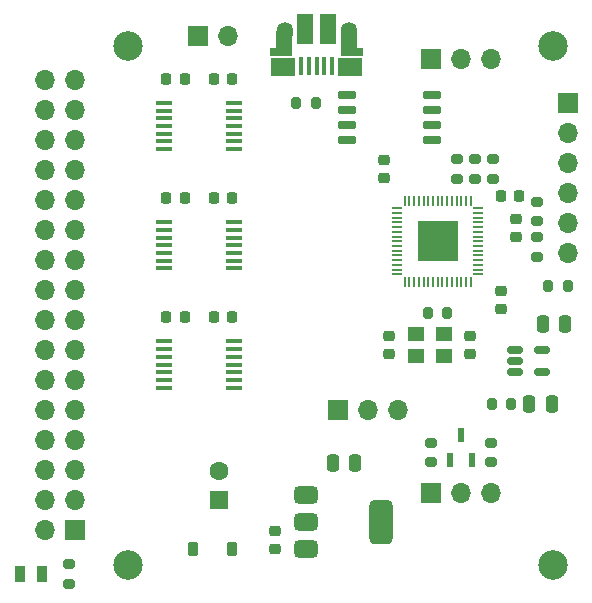
<source format=gts>
G04 #@! TF.GenerationSoftware,KiCad,Pcbnew,8.0.8*
G04 #@! TF.CreationDate,2025-02-21T19:24:50+11:00*
G04 #@! TF.ProjectId,RP2350LevelShifter,52503233-3530-44c6-9576-656c53686966,rev?*
G04 #@! TF.SameCoordinates,Original*
G04 #@! TF.FileFunction,Soldermask,Top*
G04 #@! TF.FilePolarity,Negative*
%FSLAX46Y46*%
G04 Gerber Fmt 4.6, Leading zero omitted, Abs format (unit mm)*
G04 Created by KiCad (PCBNEW 8.0.8) date 2025-02-21 19:24:50*
%MOMM*%
%LPD*%
G01*
G04 APERTURE LIST*
G04 Aperture macros list*
%AMRoundRect*
0 Rectangle with rounded corners*
0 $1 Rounding radius*
0 $2 $3 $4 $5 $6 $7 $8 $9 X,Y pos of 4 corners*
0 Add a 4 corners polygon primitive as box body*
4,1,4,$2,$3,$4,$5,$6,$7,$8,$9,$2,$3,0*
0 Add four circle primitives for the rounded corners*
1,1,$1+$1,$2,$3*
1,1,$1+$1,$4,$5*
1,1,$1+$1,$6,$7*
1,1,$1+$1,$8,$9*
0 Add four rect primitives between the rounded corners*
20,1,$1+$1,$2,$3,$4,$5,0*
20,1,$1+$1,$4,$5,$6,$7,0*
20,1,$1+$1,$6,$7,$8,$9,0*
20,1,$1+$1,$8,$9,$2,$3,0*%
%AMOutline5P*
0 Free polygon, 5 corners , with rotation*
0 The origin of the aperture is its center*
0 number of corners: always 5*
0 $1 to $10 corner X, Y*
0 $11 Rotation angle, in degrees counterclockwise*
0 create outline with 5 corners*
4,1,5,$1,$2,$3,$4,$5,$6,$7,$8,$9,$10,$1,$2,$11*%
%AMOutline6P*
0 Free polygon, 6 corners , with rotation*
0 The origin of the aperture is its center*
0 number of corners: always 6*
0 $1 to $12 corner X, Y*
0 $13 Rotation angle, in degrees counterclockwise*
0 create outline with 6 corners*
4,1,6,$1,$2,$3,$4,$5,$6,$7,$8,$9,$10,$11,$12,$1,$2,$13*%
%AMOutline7P*
0 Free polygon, 7 corners , with rotation*
0 The origin of the aperture is its center*
0 number of corners: always 7*
0 $1 to $14 corner X, Y*
0 $15 Rotation angle, in degrees counterclockwise*
0 create outline with 7 corners*
4,1,7,$1,$2,$3,$4,$5,$6,$7,$8,$9,$10,$11,$12,$13,$14,$1,$2,$15*%
%AMOutline8P*
0 Free polygon, 8 corners , with rotation*
0 The origin of the aperture is its center*
0 number of corners: always 8*
0 $1 to $16 corner X, Y*
0 $17 Rotation angle, in degrees counterclockwise*
0 create outline with 8 corners*
4,1,8,$1,$2,$3,$4,$5,$6,$7,$8,$9,$10,$11,$12,$13,$14,$15,$16,$1,$2,$17*%
G04 Aperture macros list end*
%ADD10RoundRect,0.250000X0.250000X0.475000X-0.250000X0.475000X-0.250000X-0.475000X0.250000X-0.475000X0*%
%ADD11R,1.700000X1.700000*%
%ADD12O,1.700000X1.700000*%
%ADD13C,2.500000*%
%ADD14R,1.600000X1.600000*%
%ADD15C,1.600000*%
%ADD16RoundRect,0.225000X0.250000X-0.225000X0.250000X0.225000X-0.250000X0.225000X-0.250000X-0.225000X0*%
%ADD17RoundRect,0.375000X-0.625000X-0.375000X0.625000X-0.375000X0.625000X0.375000X-0.625000X0.375000X0*%
%ADD18RoundRect,0.500000X-0.500000X-1.400000X0.500000X-1.400000X0.500000X1.400000X-0.500000X1.400000X0*%
%ADD19RoundRect,0.200000X0.275000X-0.200000X0.275000X0.200000X-0.275000X0.200000X-0.275000X-0.200000X0*%
%ADD20RoundRect,0.225000X0.225000X0.250000X-0.225000X0.250000X-0.225000X-0.250000X0.225000X-0.250000X0*%
%ADD21R,1.475000X0.450000*%
%ADD22RoundRect,0.200000X0.200000X0.275000X-0.200000X0.275000X-0.200000X-0.275000X0.200000X-0.275000X0*%
%ADD23R,0.400000X1.650000*%
%ADD24R,1.825000X0.700000*%
%ADD25R,2.000000X1.500000*%
%ADD26R,1.350000X2.000000*%
%ADD27O,1.350000X1.700000*%
%ADD28O,1.100000X1.500000*%
%ADD29R,1.430000X2.500000*%
%ADD30RoundRect,0.200000X-0.200000X-0.275000X0.200000X-0.275000X0.200000X0.275000X-0.200000X0.275000X0*%
%ADD31RoundRect,0.150000X-0.512500X-0.150000X0.512500X-0.150000X0.512500X0.150000X-0.512500X0.150000X0*%
%ADD32RoundRect,0.250000X-0.250000X-0.475000X0.250000X-0.475000X0.250000X0.475000X-0.250000X0.475000X0*%
%ADD33R,0.600000X1.250000*%
%ADD34RoundRect,0.225000X0.225000X0.375000X-0.225000X0.375000X-0.225000X-0.375000X0.225000X-0.375000X0*%
%ADD35R,0.950000X1.400000*%
%ADD36RoundRect,0.225000X-0.250000X0.225000X-0.250000X-0.225000X0.250000X-0.225000X0.250000X0.225000X0*%
%ADD37RoundRect,0.200000X-0.275000X0.200000X-0.275000X-0.200000X0.275000X-0.200000X0.275000X0.200000X0*%
%ADD38RoundRect,0.150000X-0.650000X-0.150000X0.650000X-0.150000X0.650000X0.150000X-0.650000X0.150000X0*%
%ADD39C,0.700000*%
%ADD40R,3.400000X3.400000*%
%ADD41Outline5P,-0.100000X0.437500X0.100000X0.437500X0.100000X-0.437500X-0.050000X-0.437500X-0.100000X-0.387500X0.000000*%
%ADD42R,0.200000X0.875000*%
%ADD43Outline5P,-0.100000X0.437500X0.100000X0.437500X0.100000X-0.387500X0.050000X-0.437500X-0.100000X-0.437500X0.000000*%
%ADD44Outline5P,-0.100000X0.437500X0.050000X0.437500X0.100000X0.387500X0.100000X-0.437500X-0.100000X-0.437500X90.000000*%
%ADD45R,0.875000X0.200000*%
%ADD46Outline5P,-0.100000X0.387500X-0.050000X0.437500X0.100000X0.437500X0.100000X-0.437500X-0.100000X-0.437500X90.000000*%
%ADD47Outline5P,-0.100000X0.437500X0.050000X0.437500X0.100000X0.387500X0.100000X-0.437500X-0.100000X-0.437500X0.000000*%
%ADD48Outline5P,-0.100000X0.387500X-0.050000X0.437500X0.100000X0.437500X0.100000X-0.437500X-0.100000X-0.437500X0.000000*%
%ADD49Outline5P,-0.100000X0.437500X0.100000X0.437500X0.100000X-0.437500X-0.050000X-0.437500X-0.100000X-0.387500X90.000000*%
%ADD50Outline5P,-0.100000X0.437500X0.100000X0.437500X0.100000X-0.387500X0.050000X-0.437500X-0.100000X-0.437500X90.000000*%
%ADD51R,1.400000X1.200000*%
G04 APERTURE END LIST*
D10*
X159982299Y-112039400D03*
X158082299Y-112039400D03*
D11*
X118490000Y-129550000D03*
D12*
X115950000Y-129550000D03*
X118490000Y-127010000D03*
X115950000Y-127010000D03*
X118490000Y-124470000D03*
X115950000Y-124470000D03*
X118490000Y-121930000D03*
X115950000Y-121930000D03*
X118490000Y-119390000D03*
X115950000Y-119390000D03*
X118490000Y-116850000D03*
X115950000Y-116850000D03*
X118490000Y-114310000D03*
X115950000Y-114310000D03*
X118490000Y-111770000D03*
X115950000Y-111770000D03*
X118490000Y-109230000D03*
X115950000Y-109230000D03*
X118490000Y-106690000D03*
X115950000Y-106690000D03*
X118490000Y-104150000D03*
X115950000Y-104150000D03*
X118490000Y-101610000D03*
X115950000Y-101610000D03*
X118490000Y-99070000D03*
X115950000Y-99070000D03*
X118490000Y-96530000D03*
X115950000Y-96530000D03*
X118490000Y-93990000D03*
X115950000Y-93990000D03*
X118490000Y-91450000D03*
X115950000Y-91450000D03*
D13*
X123000000Y-88500000D03*
D14*
X130641700Y-127010000D03*
D15*
X130641700Y-124510000D03*
D16*
X151950000Y-114625000D03*
X151950000Y-113075000D03*
D17*
X138079900Y-126542800D03*
X138079900Y-128842800D03*
D18*
X144379900Y-128842800D03*
D17*
X138079900Y-131142800D03*
D19*
X148590000Y-123786400D03*
X148590000Y-122136400D03*
D20*
X131775000Y-111500000D03*
X130225000Y-111500000D03*
D21*
X126062000Y-103450000D03*
X126062000Y-104100000D03*
X126062000Y-104750000D03*
X126062000Y-105400000D03*
X126062000Y-106050000D03*
X126062000Y-106700000D03*
X126062000Y-107350000D03*
X131938000Y-107350000D03*
X131938000Y-106700000D03*
X131938000Y-106050000D03*
X131938000Y-105400000D03*
X131938000Y-104750000D03*
X131938000Y-104100000D03*
X131938000Y-103450000D03*
D11*
X160197800Y-93395800D03*
D12*
X160197800Y-95935800D03*
X160197800Y-98475800D03*
X160197800Y-101015800D03*
X160197800Y-103555800D03*
X160197800Y-106095800D03*
D21*
X126062000Y-93350000D03*
X126062000Y-94000000D03*
X126062000Y-94650000D03*
X126062000Y-95300000D03*
X126062000Y-95950000D03*
X126062000Y-96600000D03*
X126062000Y-97250000D03*
X131938000Y-97250000D03*
X131938000Y-96600000D03*
X131938000Y-95950000D03*
X131938000Y-95300000D03*
X131938000Y-94650000D03*
X131938000Y-94000000D03*
X131938000Y-93350000D03*
D13*
X159000000Y-88500000D03*
D22*
X160197800Y-108889800D03*
X158547800Y-108889800D03*
D23*
X140263000Y-90207800D03*
X139613000Y-90207800D03*
X138963000Y-90207800D03*
X138313000Y-90207800D03*
X137663000Y-90207800D03*
D24*
X141913000Y-89007800D03*
D25*
X141813000Y-90307800D03*
D26*
X141693000Y-88257800D03*
D27*
X141693000Y-87327800D03*
D28*
X141383000Y-90327800D03*
D29*
X139923000Y-87057800D03*
X138003000Y-87057800D03*
D28*
X136543000Y-90327800D03*
D27*
X136233000Y-87327800D03*
D26*
X136213000Y-88257800D03*
D25*
X136063000Y-90327800D03*
D24*
X135963000Y-89007800D03*
D22*
X150000000Y-111100000D03*
X148350000Y-111100000D03*
D30*
X137237200Y-93370400D03*
X138887200Y-93370400D03*
D13*
X159000000Y-132500000D03*
D21*
X126062000Y-113550000D03*
X126062000Y-114200000D03*
X126062000Y-114850000D03*
X126062000Y-115500000D03*
X126062000Y-116150000D03*
X126062000Y-116800000D03*
X126062000Y-117450000D03*
X131938000Y-117450000D03*
X131938000Y-116800000D03*
X131938000Y-116150000D03*
X131938000Y-115500000D03*
X131938000Y-114850000D03*
X131938000Y-114200000D03*
X131938000Y-113550000D03*
D31*
X155763800Y-114274600D03*
X155763800Y-115224600D03*
X155763800Y-116174600D03*
X158038800Y-116174600D03*
X158038800Y-114274600D03*
D20*
X131775000Y-91300000D03*
X130225000Y-91300000D03*
D32*
X140330700Y-123864400D03*
X142230700Y-123864400D03*
D16*
X154550000Y-110800000D03*
X154550000Y-109250000D03*
D20*
X127775000Y-111500000D03*
X126225000Y-111500000D03*
D33*
X150200400Y-123566400D03*
X152110400Y-123566400D03*
X151155400Y-121466400D03*
D34*
X131805500Y-131142800D03*
X128505500Y-131142800D03*
D35*
X113807200Y-133273800D03*
X115707200Y-133273800D03*
D36*
X144653000Y-98195800D03*
X144653000Y-99745800D03*
D37*
X153900000Y-98100000D03*
X153900000Y-99750000D03*
D38*
X141550000Y-92695000D03*
X141550000Y-93965000D03*
X141550000Y-95235000D03*
X141550000Y-96505000D03*
X148750000Y-96505000D03*
X148750000Y-95235000D03*
X148750000Y-93965000D03*
X148750000Y-92695000D03*
D11*
X148590000Y-126410000D03*
D12*
X151130000Y-126410000D03*
X153670000Y-126410000D03*
D11*
X128874600Y-87655400D03*
D12*
X131414600Y-87655400D03*
D19*
X152350000Y-99750000D03*
X152350000Y-98100000D03*
D11*
X148590000Y-89611200D03*
D12*
X151130000Y-89611200D03*
X153670000Y-89611200D03*
D22*
X155409400Y-118821200D03*
X153759400Y-118821200D03*
D37*
X153720800Y-122136400D03*
X153720800Y-123786400D03*
D36*
X135458200Y-129592800D03*
X135458200Y-131142800D03*
D10*
X156961800Y-118821200D03*
X158861800Y-118821200D03*
D20*
X156096000Y-101244400D03*
X154546000Y-101244400D03*
X127775000Y-91300000D03*
X126225000Y-91300000D03*
D37*
X157632400Y-104724200D03*
X157632400Y-106374200D03*
D39*
X150200000Y-106062500D03*
X150200000Y-105062500D03*
X150200000Y-104062500D03*
X149200000Y-106062500D03*
D40*
X149200000Y-105062500D03*
D39*
X149200000Y-105062500D03*
X149200000Y-104062500D03*
X148200000Y-106062500D03*
X148200000Y-105062500D03*
X148200000Y-104062500D03*
D41*
X146400000Y-101625000D03*
D42*
X146800000Y-101625000D03*
X147200000Y-101625000D03*
X147600000Y-101625000D03*
X148000000Y-101625000D03*
X148400000Y-101625000D03*
X148800000Y-101625000D03*
X149200000Y-101625000D03*
X149600000Y-101625000D03*
X150000000Y-101625000D03*
X150400000Y-101625000D03*
X150800000Y-101625000D03*
X151200000Y-101625000D03*
X151600000Y-101625000D03*
D43*
X152000000Y-101625000D03*
D44*
X152637500Y-102262500D03*
D45*
X152637500Y-102662500D03*
X152637500Y-103062500D03*
X152637500Y-103462500D03*
X152637500Y-103862500D03*
X152637500Y-104262500D03*
X152637500Y-104662500D03*
X152637500Y-105062500D03*
X152637500Y-105462500D03*
X152637500Y-105862500D03*
X152637500Y-106262500D03*
X152637500Y-106662500D03*
X152637500Y-107062500D03*
X152637500Y-107462500D03*
D46*
X152637500Y-107862500D03*
D47*
X152000000Y-108500000D03*
D42*
X151600000Y-108500000D03*
X151200000Y-108500000D03*
X150800000Y-108500000D03*
X150400000Y-108500000D03*
X150000000Y-108500000D03*
X149600000Y-108500000D03*
X149200000Y-108500000D03*
X148800000Y-108500000D03*
X148400000Y-108500000D03*
X148000000Y-108500000D03*
X147600000Y-108500000D03*
X147200000Y-108500000D03*
X146800000Y-108500000D03*
D48*
X146400000Y-108500000D03*
D49*
X145762500Y-107862500D03*
D45*
X145762500Y-107462500D03*
X145762500Y-107062500D03*
X145762500Y-106662500D03*
X145762500Y-106262500D03*
X145762500Y-105862500D03*
X145762500Y-105462500D03*
X145762500Y-105062500D03*
X145762500Y-104662500D03*
X145762500Y-104262500D03*
X145762500Y-103862500D03*
X145762500Y-103462500D03*
X145762500Y-103062500D03*
X145762500Y-102662500D03*
D50*
X145762500Y-102262500D03*
D20*
X127775000Y-101400000D03*
X126225000Y-101400000D03*
X131775000Y-101400000D03*
X130225000Y-101400000D03*
D36*
X155829000Y-103136400D03*
X155829000Y-104686400D03*
D37*
X157632400Y-101728000D03*
X157632400Y-103378000D03*
D19*
X117983000Y-134073400D03*
X117983000Y-132423400D03*
D13*
X123000000Y-132500000D03*
D19*
X150800000Y-99750000D03*
X150800000Y-98100000D03*
D36*
X145100000Y-113075000D03*
X145100000Y-114625000D03*
D51*
X147350000Y-114800000D03*
X149750000Y-114800000D03*
X149750000Y-112900000D03*
X147350000Y-112900000D03*
D11*
X140770000Y-119380000D03*
D12*
X143310000Y-119380000D03*
X145850000Y-119380000D03*
M02*

</source>
